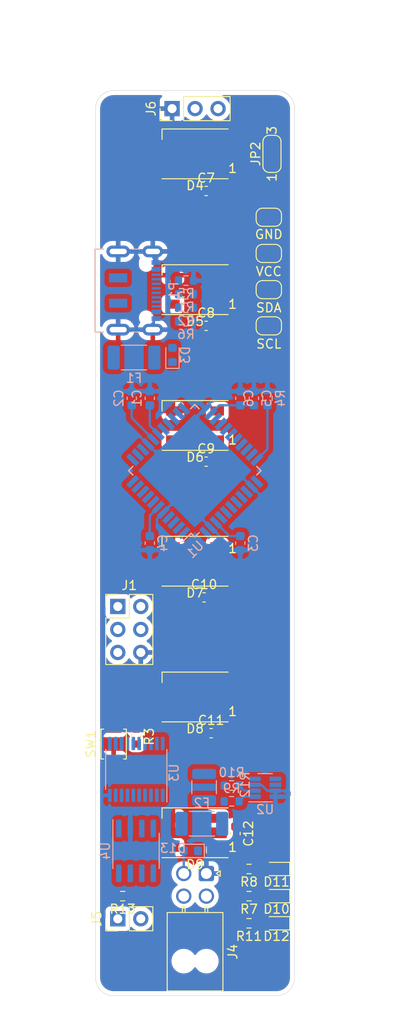
<source format=kicad_pcb>
(kicad_pcb (version 20211014) (generator pcbnew)
  (layers (0 "F.Cu" signal) (31 "B.Cu" signal) (34 "B.Paste" user) (35 "F.Paste" user) (36 "B.SilkS" user "B.Silkscreen") (37 "F.SilkS" user "F.Silkscreen") (38 "B.Mask" user) (39 "F.Mask" user) (44 "Edge.Cuts" user))
  (net 0 "")
  (net 1 "GND")
  (net 2 "Net-(C1-Pad2)")
  (net 3 "Net-(C2-Pad2)")
  (net 4 "Net-(C3-Pad2)")
  (net 5 "Net-(C4-Pad2)")
  (net 6 "+5V")
  (net 7 "VBUS")
  (net 8 "/LED_OUT")
  (net 9 "Net-(D4-Pad4)")
  (net 10 "Net-(D5-Pad4)")
  (net 11 "Net-(D6-Pad4)")
  (net 12 "Net-(D7-Pad4)")
  (net 13 "Net-(D8-Pad4)")
  (net 14 "/LED_DATA")
  (net 15 "Net-(D10-Pad2)")
  (net 16 "Net-(D11-Pad2)")
  (net 17 "Net-(D12-Pad2)")
  (net 18 "Net-(D13-Pad1)")
  (net 19 "Net-(D13-Pad2)")
  (net 20 "/MISO")
  (net 21 "/SCK")
  (net 22 "/MOSI")
  (net 23 "/RESET")
  (net 24 "/CAN_H")
  (net 25 "/CAN_L")
  (net 26 "Net-(J6-Pad2)")
  (net 27 "/B0")
  (net 28 "/SDA")
  (net 29 "/SCL")
  (net 30 "/TXLED")
  (net 31 "/RXLED")
  (net 32 "Net-(R9-Pad1)")
  (net 33 "VCC")
  (net 34 "Net-(R10-Pad1)")
  (net 36 "Net-(R2-Pad2)")
  (net 37 "Net-(R1-Pad2)")
  (net 39 "/RX")
  (net 40 "/TX")
  (net 49 "Net-(R4-Pad1)")
  (net 56 "/S_SCL")
  (net 57 "/S_SDA")
  (net 58 "Net-(U3-Pad1)")
  (net 59 "Net-(U3-Pad2)")
  (net 65 "Net-(U3-Pad8)")
  (net 66 "Net-(U3-Pad9)")
  (net 69 "/CAN_INT")
  (net 71 "/CAN_CS")
  (net 72 "/CAN_RESET")
  (net 74 "/CAN_STBY")
  (net 75 "Net-(F1-Pad1)")
  (net 76 "Net-(J5-Pad1)")
  (net 77 "Net-(P1-PadA5)")
  (net 78 "/D+")
  (net 79 "/D-")
  (net 81 "Net-(P1-PadB5)")
  (footprint "LED_SMD:LED_WS2812B_PLCC4_5.0x5.0mm_P3.2mm" (layer "F.Cu") (at 153 100 180)
    (fp_text reference "D7" (at 0 -3.5) (layer "F.SilkS"))
    (fp_text value "WS2812B")
    (fp_text user "1" (at -4.15 1.4) (layer "F.SilkS"))
    (pad "1" smd rect (at -2.45 -1.6 180) (size 1.5 1) (layers "F.Cu" "F.Paste" "F.Mask") (net 6 "+5V"))
    (pad "2" smd rect (at -2.45 1.6 180) (size 1.5 1) (layers "F.Cu" "F.Paste" "F.Mask") (net 11 "Net-(D6-Pad4)"))
    (pad "3" smd rect (at 2.45 1.6 180) (size 1.5 1) (layers "F.Cu" "F.Paste" "F.Mask") (net 1 "GND"))
    (pad "4" smd rect (at 2.45 -1.6 180) (size 1.5 1) (layers "F.Cu" "F.Paste" "F.Mask") (net 12 "Net-(D7-Pad4)"))
  )
  (footprint "Jumper:SolderJumper-2_P1.3mm_Bridged_RoundedPad1.0x1.5mm" (layer "F.Cu") (at 161.15 62)
    (fp_text reference "JP1")
    (fp_text value "GND" (at 0 1.9) (layer "F.SilkS"))
    (fp_poly (pts (xy 0.25 -0.3) (xy -0.25 -0.3) (xy -0.25 0.3) (xy 0.25 0.3)) (layer "F.Cu") (width 0) (fill solid))
    (pad "1" smd custom (at -0.65 0) (size 1 0.5) (layers "F.Cu" "F.Mask") (net 1 "GND") (options (clearance outline) (anchor rect)) (primitives (gr_circle (center 0 0.25) (end 0.5 0.25) (width 0) (fill yes)) (gr_circle (center 0 -0.25) (end 0.5 -0.25) (width 0) (fill yes)) (gr_poly (pts (xy 0.5 0.75) (xy 0 0.75) (xy 0 -0.75) (xy 0.5 -0.75)) (width 0) (fill yes))))
    (pad "2" smd custom (at 0.65 0) (size 1 0.5) (layers "F.Cu" "F.Mask") (net 27 "/B0") (options (clearance outline) (anchor rect)) (primitives (gr_circle (center 0 0.25) (end 0.5 0.25) (width 0) (fill yes)) (gr_circle (center 0 -0.25) (end 0.5 -0.25) (width 0) (fill yes)) (gr_poly (pts (xy 0 0.75) (xy -0.5 0.75) (xy -0.5 -0.75) (xy 0 -0.75)) (width 0) (fill yes))))
  )
  (footprint "Capacitor_SMD:C_0603_1608Metric" (layer "F.Cu") (at 154.225 59.1)
    (fp_text reference "C7" (at 0 -1.43) (layer "F.SilkS"))
    (fp_text value "1uF")
    (pad "1" smd roundrect (at -0.775 0) (size 0.9 0.95) (layers "F.Cu" "F.Paste" "F.Mask") (net 1 "GND"))
    (pad "2" smd roundrect (at 0.775 0) (size 0.9 0.95) (layers "F.Cu" "F.Paste" "F.Mask") (net 6 "+5V"))
  )
  (footprint "Resistor_SMD:R_0603_1608Metric" (layer "F.Cu") (at 145 137 180)
    (fp_text reference "R13" (at 0 -1.43) (layer "F.SilkS"))
    (fp_text value "120")
    (pad "1" smd roundrect (at -0.825 0 180) (size 0.8 0.95) (layers "F.Cu" "F.Paste" "F.Mask") (net 24 "/CAN_H"))
    (pad "2" smd roundrect (at 0.825 0 180) (size 0.8 0.95) (layers "F.Cu" "F.Paste" "F.Mask") (net 76 "Net-(J5-Pad1)"))
  )
  (footprint "Resistor_SMD:R_0603_1608Metric" (layer "F.Cu") (at 146.5 119.375 -90)
    (fp_text reference "R3" (at 0 -1.43 90) (layer "F.SilkS"))
    (fp_text value "10k")
    (pad "1" smd roundrect (at -0.825 0 270) (size 0.8 0.95) (layers "F.Cu" "F.Paste" "F.Mask") (net 23 "/RESET"))
    (pad "2" smd roundrect (at 0.825 0 270) (size 0.8 0.95) (layers "F.Cu" "F.Paste" "F.Mask") (net 6 "+5V"))
  )
  (footprint "Diode_SMD:D_0603_1608Metric" (layer "F.Cu") (at 162 137 180)
    (fp_text reference "D10" (at 0 -1.43) (layer "F.SilkS"))
    (fp_text value "TX")
    (pad "1" smd roundrect (at -0.7875 0 180) (size 0.875 0.95) (layers "F.Cu" "F.Paste" "F.Mask") (net 1 "GND"))
    (pad "2" smd roundrect (at 0.7875 0 180) (size 0.875 0.95) (layers "F.Cu" "F.Paste" "F.Mask") (net 15 "Net-(D10-Pad2)"))
  )
  (footprint "Diode_SMD:D_0603_1608Metric" (layer "F.Cu") (at 162 134 180)
    (fp_text reference "D11" (at 0 -1.43) (layer "F.SilkS"))
    (fp_text value "RX")
    (pad "1" smd roundrect (at -0.7875 0 180) (size 0.875 0.95) (layers "F.Cu" "F.Paste" "F.Mask") (net 1 "GND"))
    (pad "2" smd roundrect (at 0.7875 0 180) (size 0.875 0.95) (layers "F.Cu" "F.Paste" "F.Mask") (net 16 "Net-(D11-Pad2)"))
  )
  (footprint "Resistor_SMD:R_0603_1608Metric" (layer "F.Cu") (at 158.9625 137 180)
    (fp_text reference "R7" (at 0 -1.43) (layer "F.SilkS"))
    (fp_text value "200")
    (pad "1" smd roundrect (at -0.825 0 180) (size 0.8 0.95) (layers "F.Cu" "F.Paste" "F.Mask") (net 15 "Net-(D10-Pad2)"))
    (pad "2" smd roundrect (at 0.825 0 180) (size 0.8 0.95) (layers "F.Cu" "F.Paste" "F.Mask") (net 30 "/TXLED"))
  )
  (footprint "LED_SMD:LED_WS2812B_PLCC4_5.0x5.0mm_P3.2mm" (layer "F.Cu") (at 153 85 180)
    (fp_text reference "D6" (at 0 -3.5) (layer "F.SilkS"))
    (fp_text value "WS2812B")
    (fp_text user "1" (at -4.15 -1.6) (layer "F.SilkS"))
    (pad "1" smd rect (at -2.45 -1.6 180) (size 1.5 1) (layers "F.Cu" "F.Paste" "F.Mask") (net 6 "+5V"))
    (pad "2" smd rect (at -2.45 1.6 180) (size 1.5 1) (layers "F.Cu" "F.Paste" "F.Mask") (net 10 "Net-(D5-Pad4)"))
    (pad "3" smd rect (at 2.45 1.6 180) (size 1.5 1) (layers "F.Cu" "F.Paste" "F.Mask") (net 1 "GND"))
    (pad "4" smd rect (at 2.45 -1.6 180) (size 1.5 1) (layers "F.Cu" "F.Paste" "F.Mask") (net 11 "Net-(D6-Pad4)"))
  )
  (footprint "Connector_PinHeader_2.54mm:PinHeader_1x02_P2.54mm_Vertical" (layer "F.Cu") (at 144.46 139.5 90)
    (fp_text reference "J5" (at 0 -2.33 90) (layer "F.SilkS"))
    (fp_text value "CAN IMP")
    (pad "1" thru_hole rect (at 0 0 90) (size 1.7 1.7) (drill 1) (layers *.Cu *.Mask) (net 76 "Net-(J5-Pad1)"))
    (pad "2" thru_hole oval (at 0 2.54 90) (size 1.7 1.7) (drill 1) (layers *.Cu *.Mask) (net 25 "/CAN_L"))
  )
  (footprint "Connector_Molex:Molex_Nano-Fit_105314-xx04_2x02_P2.50mm_Horizontal" (layer "F.Cu") (at 154.25 134.5 -90)
    (fp_text reference "J4" (at 8.65 -2.92 -90) (layer "F.SilkS"))
    (fp_text value "CANBUS")
    (pad "" np_thru_hole circle (at 9.68 0 270) (size 1.7 1.7) (drill 1.7) (layers *.Cu *.Mask))
    (pad "" np_thru_hole circle (at 9.68 2.5 270) (size 1.7 1.7) (drill 1.7) (layers *.Cu *.Mask))
    (pad "1" thru_hole roundrect (at 0 0 270) (size 1.7 1.7) (drill 1.2) (layers *.Cu *.Mask) (roundrect_rratio 0.147059) (net 1 "GND"))
    (pad "2" thru_hole circle (at 0 2.5 270) (size 1.7 1.7) (drill 1.2) (layers *.Cu *.Mask) (net 19 "Net-(D13-Pad2)"))
    (pad "3" thru_hole circle (at 2.5 0 270) (size 1.7 1.7) (drill 1.2) (layers *.Cu *.Mask) (net 24 "/CAN_H"))
    (pad "4" thru_hole circle (at 2.5 2.5 270) (size 1.7 1.7) (drill 1.2) (layers *.Cu *.Mask) (net 25 "/CAN_L"))
  )
  (footprint "LED_SMD:LED_WS2812B_PLCC4_5.0x5.0mm_P3.2mm" (layer "F.Cu") (at 153 70 180)
    (fp_text reference "D5" (at 0 -3.5) (layer "F.SilkS"))
    (fp_text value "WS2812B")
    (fp_text user "1" (at -4.15 -1.6) (layer "F.SilkS"))
    (pad "1" smd rect (at -2.45 -1.6 180) (size 1.5 1) (layers "F.Cu" "F.Paste" "F.Mask") (net 6 "+5V"))
    (pad "2" smd rect (at -2.45 1.6 180) (size 1.5 1) (layers "F.Cu" "F.Paste" "F.Mask") (net 9 "Net-(D4-Pad4)"))
    (pad "3" smd rect (at 2.45 1.6 180) (size 1.5 1) (layers "F.Cu" "F.Paste" "F.Mask") (net 1 "GND"))
    (pad "4" smd rect (at 2.45 -1.6 180) (size 1.5 1) (layers "F.Cu" "F.Paste" "F.Mask") (net 10 "Net-(D5-Pad4)"))
  )
  (footprint "Diode_SMD:D_0603_1608Metric" (layer "F.Cu") (at 162 140 180)
    (fp_text reference "D12" (at 0 -1.43) (layer "F.SilkS"))
    (fp_text value "PWR")
    (pad "1" smd roundrect (at -0.7875 0 180) (size 0.875 0.95) (layers "F.Cu" "F.Paste" "F.Mask") (net 1 "GND"))
    (pad "2" smd roundrect (at 0.7875 0 180) (size 0.875 0.95) (layers "F.Cu" "F.Paste" "F.Mask") (net 17 "Net-(D12-Pad2)"))
  )
  (footprint "Jumper:SolderJumper-2_P1.3mm_Open_RoundedPad1.0x1.5mm" (layer "F.Cu") (at 161.15 70 180)
    (fp_text reference "JP4")
    (fp_text value "SDA" (at 0 -2) (layer "F.SilkS"))
    (pad "1" smd custom (at -0.65 0 180) (size 1 0.5) (layers "F.Cu" "F.Mask") (net 27 "/B0") (options (clearance outline) (anchor rect)) (primitives (gr_circle (center 0 0.25) (end 0.5 0.25) (width 0) (fill yes)) (gr_circle (center 0 -0.25) (end 0.5 -0.25) (width 0) (fill yes)) (gr_poly (pts (xy 0.5 0.75) (xy 0 0.75) (xy 0 -0.75) (xy 0.5 -0.75)) (width 0) (fill yes))))
    (pad "2" smd custom (at 0.65 0 180) (size 1 0.5) (layers "F.Cu" "F.Mask") (net 28 "/SDA") (options (clearance outline) (anchor rect)) (primitives (gr_circle (center 0 0.25) (end 0.5 0.25) (width 0) (fill yes)) (gr_circle (center 0 -0.25) (end 0.5 -0.25) (width 0) (fill yes)) (gr_poly (pts (xy 0 0.75) (xy -0.5 0.75) (xy -0.5 -0.75) (xy 0 -0.75)) (width 0) (fill yes))))
  )
  (footprint "Capacitor_SMD:C_0603_1608Metric" (layer "F.Cu") (at 154 104)
    (fp_text reference "C10" (at 0 -1.43) (layer "F.SilkS"))
    (fp_text value "1uF")
    (pad "1" smd roundrect (at -0.775 0) (size 0.9 0.95) (layers "F.Cu" "F.Paste" "F.Mask") (net 1 "GND"))
    (pad "2" smd roundrect (at 0.775 0) (size 0.9 0.95) (layers "F.Cu" "F.Paste" "F.Mask") (net 6 "+5V"))
  )
  (footprint "Capacitor_SMD:C_0603_1608Metric" (layer "F.Cu") (at 154.225 89)
    (fp_text reference "C9" (at 0 -1.43) (layer "F.SilkS"))
    (fp_text value "1uF")
    (pad "1" smd roundrect (at -0.775 0) (size 0.9 0.95) (layers "F.Cu" "F.Paste" "F.Mask") (net 1 "GND"))
    (pad "2" smd roundrect (at 0.775 0) (size 0.9 0.95) (layers "F.Cu" "F.Paste" "F.Mask") (net 6 "+5V"))
  )
  (footprint "LED_SMD:LED_WS2812B_PLCC4_5.0x5.0mm_P3.2mm" (layer "F.Cu") (at 153 55 180)
    (fp_text reference "D4" (at 0 -3.5) (layer "F.SilkS"))
    (fp_text value "WS2812B")
    (fp_text user "1" (at -4.15 -1.6) (layer "F.SilkS"))
    (pad "1" smd rect (at -2.45 -1.6 180) (size 1.5 1) (layers "F.Cu" "F.Paste" "F.Mask") (net 6 "+5V"))
    (pad "2" smd rect (at -2.45 1.6 180) (size 1.5 1) (layers "F.Cu" "F.Paste" "F.Mask") (net 8 "/LED_OUT"))
    (pad "3" smd rect (at 2.45 1.6 180) (size 1.5 1) (layers "F.Cu" "F.Paste" "F.Mask") (net 1 "GND"))
    (pad "4" smd rect (at 2.45 -1.6 180) (size 1.5 1) (layers "F.Cu" "F.Paste" "F.Mask") (net 9 "Net-(D4-Pad4)"))
  )
  (footprint "Connector_PinHeader_2.54mm:PinHeader_2x03_P2.54mm_Vertical" (layer "F.Cu") (at 144.46 105)
    (fp_text reference "J1" (at 1.27 -2.33) (layer "F.SilkS"))
    (fp_text value "ICSP")
    (pad "1" thru_hole rect (at 0 0) (size 1.7 1.7) (drill 1) (layers *.Cu *.Mask) (net 20 "/MISO"))
    (pad "2" thru_hole oval (at 2.54 0) (size 1.7 1.7) (drill 1) (layers *.Cu *.Mask) (net 6 "+5V"))
    (pad "3" thru_hole oval (at 0 2.54) (size 1.7 1.7) (drill 1) (layers *.Cu *.Mask) (net 21 "/SCK"))
    (pad "4" thru_hole oval (at 2.54 2.54) (size 1.7 1.7) (drill 1) (layers *.Cu *.Mask) (net 22 "/MOSI"))
    (pad "5" thru_hole oval (at 0 5.08) (size 1.7 1.7) (drill 1) (layers *.Cu *.Mask) (net 23 "/RESET"))
    (pad "6" thru_hole oval (at 2.54 5.08) (size 1.7 1.7) (drill 1) (layers *.Cu *.Mask) (net 1 "GND"))
  )
  (footprint "Resistor_SMD:R_0603_1608Metric" (layer "F.Cu") (at 158.9625 134 180)
    (fp_text reference "R8" (at 0 -1.43) (layer "F.SilkS"))
    (fp_text value "200")
    (pad "1" smd roundrect (at -0.825 0 180) (size 0.8 0.95) (layers "F.Cu" "F.Paste" "F.Mask") (net 16 "Net-(D11-Pad2)"))
    (pad "2" smd roundrect (at 0.825 0 180) (size 0.8 0.95) (layers "F.Cu" "F.Paste" "F.Mask") (net 31 "/RXLED"))
  )
  (footprint "Capacitor_SMD:C_0603_1608Metric" (layer "F.Cu") (at 157.475 130.0875 -90)
    (fp_text reference "C12" (at 0 -1.43 90) (layer "F.SilkS"))
    (fp_text value "1uF")
    (pad "1" smd roundrect (at -0.775 0 270) (size 0.9 0.95) (layers "F.Cu" "F.Paste" "F.Mask") (net 1 "GND"))
    (pad "2" smd roundrect (at 0.775 0 270) (size 0.9 0.95) (layers "F.Cu" "F.Paste" "F.Mask") (net 6 "+5V"))
  )
  (footprint "LED_SMD:LED_WS2812B_PLCC4_5.0x5.0mm_P3.2mm" (layer "F.Cu") (at 153 115 180)
    (fp_text reference "D8" (at 0 -3.5) (layer "F.SilkS"))
    (fp_text value "WS2812B")
    (fp_text user "1" (at -4.15 -1.6) (layer "F.SilkS"))
    (pad "1" smd rect (at -2.45 -1.6 180) (size 1.5 1) (layers "F.Cu" "F.Paste" "F.Mask") (net 6 "+5V"))
    (pad "2" smd rect (at -2.45 1.6 180) (size 1.5 1) (layers "F.Cu" "F.Paste" "F.Mask") (net 12 "Net-(D7-Pad4)"))
    (pad "3" smd rect (at 2.45 1.6 180) (size 1.5 1) (layers "F.Cu" "F.Paste" "F.Mask") (net 1 "GND"))
    (pad "4" smd rect (at 2.45 -1.6 180) (size 1.5 1) (layers "F.Cu" "F.Paste" "F.Mask") (net 13 "Net-(D8-Pad4)"))
  )
  (footprint "Connector_PinHeader_2.54mm:PinHeader_1x03_P2.54mm_Vertical" (layer "F.Cu") (at 150.46 50 90)
    (fp_text reference "J6" (at 0 -2.33 90) (layer "F.SilkS"))
    (fp_text value "LED")
    (pad "1" thru_hole rect (at 0 0 90) (size 1.7 1.7) (drill 1) (layers *.Cu *.Mask) (net 1 "GND"))
    (pad "2" thru_hole oval (at 0 2.54 90) (size 1.7 1.7) (drill 1) (layers *.Cu *.Mask) (net 26 "Net-(J6-Pad2)"))
    (pad "3" thru_hole oval (at 0 5.08 90) (size 1.7 1.7) (drill 1) (layers *.Cu *.Mask) (net 6 "+5V"))
  )
  (footprint "Jumper:SolderJumper-2_P1.3mm_Open_RoundedPad1.0x1.5mm" (layer "F.Cu") (at 161.15 74 180)
    (fp_text reference "JP5")
    (fp_text value "SCL" (at 0 -2) (layer "F.SilkS"))
    (pad "1" smd custom (at -0.65 0 180) (size 1 0.5) (layers "F.Cu" "F.Mask") (net 27 "/B0") (options (clearance outline) (anchor rect)) (primitives (gr_circle (center 0 0.25) (end 0.5 0.25) (width 0) (fill yes)) (gr_circle (center 0 -0.25) (end 0.5 -0.25) (width 0) (fill yes)) (gr_poly (pts (xy 0.5 0.75) (xy 0 0.75) (xy 0 -0.75) (xy 0.5 -0.75)) (width 0) (fill yes))))
    (pad "2" smd custom (at 0.65 0 180) (size 1 0.5) (layers "F.Cu" "F.Mask") (net 29 "/SCL") (options (clearance outline) (anchor rect)) (primitives (gr_circle (center 0 0.25) (end 0.5 0.25) (width 0) (fill yes)) (gr_circle (center 0 -0.25) (end 0.5 -0.25) (width 0) (fill yes)) (gr_poly (pts (xy 0 0.75) (xy -0.5 0.75) (xy -0.5 -0.75) (xy 0 -0.75)) (width 0) (fill yes))))
  )
  (footprint "Jumper:SolderJumper-3_P1.3mm_Bridged12_RoundedPad1.0x1.5mm_NumberLabels" (layer "F.Cu") (at 161.5 55 90)
    (fp_text reference "JP2" (at 0 -1.8 90) (layer "F.SilkS"))
    (fp_text value "LED")
    (fp_text user "1" (at -2.6 0 90) (layer "F.SilkS"))
    (fp_text user "3" (at 2.6 0 90) (layer "F.SilkS"))
    (fp_poly (pts (xy -0.9 -0.3) (xy -0.4 -0.3) (xy -0.4 0.3) (xy -0.9 0.3)) (layer "F.Cu") (width 0) (fill solid))
    (pad "1" smd custom (at -1.3 0 90) (size 1 0.5) (layers "F.Cu" "F.Mask") (net 14 "/LED_DATA") (options (clearance outline) (anchor rect)) (primitives (gr_poly (pts (xy 0.55 0.75) (xy 0 0.75) (xy 0 -0.75) (xy 0.55 -0.75)) (width 0) (fill yes)) (gr_circle (center 0 0.25) (end 0.5 0.25) (width 0) (fill yes)) (gr_circle (center 0 -0.25) (end 0.5 -0.25) (width 0) (fill yes))))
    (pad "2" smd rect (at 0 0 90) (size 1 1.5) (layers "F.Cu" "F.Mask") (net 26 "Net-(J6-Pad2)"))
    (pad "3" smd custom (at 1.3 0 90) (size 1 0.5) (layers "F.Cu" "F.Mask") (net 8 "/LED_OUT") (options (clearance outline) (anchor rect)) (primitives (gr_circle (center 0 0.25) (end 0.5 0.25) (width 0) (fill yes)) (gr_circle (center 0 -0.25) (end 0.5 -0.25) (width 0) (fill yes)) (gr_poly (pts (xy 0 0.75) (xy -0.55 0.75) (xy -0.55 -0.75) (xy 0 -0.75)) (width 0) (fill yes))))
  )
  (footprint "Capacitor_SMD:C_0603_1608Metric" (layer "F.Cu") (at 154.775 119)
    (fp_text reference "C11" (at 0 -1.43) (layer "F.SilkS"))
    (fp_text value "1uF")
    (pad "1" smd roundrect (at -0.775 0) (size 0.9 0.95) (layers "F.Cu" "F.Paste" "F.Mask") (net 1 "GND"))
    (pad "2" smd roundrect (at 0.775 0) (size 0.9 0.95) (layers "F.Cu" "F.Paste" "F.Mask") (net 6 "+5V"))
  )
  (footprint "Jumper:SolderJumper-2_P1.3mm_Open_RoundedPad1.0x1.5mm" (layer "F.Cu") (at 161.15 66 180)
    (fp_text reference "JP3")
    (fp_text value "VCC" (at 0 -2) (layer "F.SilkS"))
    (pad "1" smd custom (at -0.65 0 180) (size 1 0.5) (layers "F.Cu" "F.Mask") (net 27 "/B0") (options (clearance outline) (anchor rect)) (primitives (gr_circle (center 0 0.25) (end 0.5 0.25) (width 0) (fill yes)) (gr_circle (center 0 -0.25) (end 0.5 -0.25) (width 0) (fill yes)) (gr_poly (pts (xy 0.5 0.75) (xy 0 0.75) (xy 0 -0.75) (xy 0.5 -0.75)) (width 0) (fill yes))))
    (pad "2" smd custom (at 0.65 0 180) (size 1 0.5) (layers "F.Cu" "F.Mask") (net 6 "+5V") (options (clearance outline) (anchor rect)) (primitives (gr_circle (center 0 0.25) (end 0.5 0.25) (width 0) (fill yes)) (gr_circle (center 0 -0.25) (end 0.5 -0.25) (width 0) (fill yes)) (gr_poly (pts (xy 0 0.75) (xy -0.5 0.75) (xy -0.5 -0.75) (xy 0 -0.75)) (width 0) (fill yes))))
  )
  (footprint "Resistor_SMD:R_0603_1608Metric" (layer "F.Cu") (at 158.9625 140 180)
    (fp_text reference "R11" (at 0 -1.43) (layer "F.SilkS"))
    (fp_text value "200")
    (pad "1" smd roundrect (at -0.825 0 180) (size 0.8 0.95) (layers "F.Cu" "F.Paste" "F.Mask") (net 17 "Net-(D12-Pad2)"))
    (pad "2" smd roundrect (at 0.825 0 180) (size 0.8 0.95) (layers "F.Cu" "F.Paste" "F.Mask") (net 6 "+5V"))
  )
  (footprint "Button_Switch_SMD:SW_SPST_B3U-1000P" (layer "F.Cu") (at 144 120.2 90)
    (fp_text reference "SW1" (at 0 -2.5 90) (layer "F.SilkS"))
    (fp_text value "RST")
    (pad "1" smd rect (at -1.7 0 90) (size 0.9 1.7) (layers "F.Cu" "F.Paste" "F.Mask") (net 1 "GND"))
    (pad "2" smd rect (at 1.7 0 90) (size 0.9 1.7) (layers "F.Cu" "F.Paste" "F.Mask") (net 23 "/RESET"))
  )
  (footprint "Capacitor_SMD:C_0603_1608Metric" (layer "F.Cu") (at 154.225 74)
    (fp_text reference "C8" (at 0 -1.43) (layer "F.SilkS"))
    (fp_text value "1uF")
    (pad "1" smd roundrect (at -0.775 0) (size 0.9 0.95) (layers "F.Cu" "F.Paste" "F.Mask") (net 1 "GND"))
    (pad "2" smd roundrect (at 0.775 0) (size 0.9 0.95) (layers "F.Cu" "F.Paste" "F.Mask") (net 6 "+5V"))
  )
  (footprint "LED_SMD:LED_WS2812B_PLCC4_5.0x5.0mm_P3.2mm" (layer "F.Cu") (at 153 130 180)
    (fp_text reference "D9" (at 0 -3.5) (layer "F.SilkS"))
    (fp_text value "WS2812B")
    (fp_text user "1" (at -4.15 -1.6) (layer "F.SilkS"))
    (pad "1" smd rect (at -2.45 -1.6 180) (size 1.5 1) (layers "F.Cu" "F.Paste" "F.Mask") (net 6 "+5V"))
    (pad "2" smd rect (at -2.45 1.6 180) (size 1.5 1) (layers "F.Cu" "F.Paste" "F.Mask") (net 13 "Net-(D8-Pad4)"))
    (pad "3" smd rect (at 2.45 1.6 180) (size 1.5 1) (layers "F.Cu" "F.Paste" "F.Mask") (net 1 "GND"))
    (pad "4" smd rect (at 2.45 -1.6 180) (size 1.5 1) (layers "F.Cu" "F.Paste" "F.Mask") (net 14 "/LED_DATA"))
  )
  (footprint "Package_SO:TSSOP-20_4.4x6.5mm_P0.65mm" (layer "B.Cu") (at 146.5 123 90)
    (fp_text reference "U3" (at -0.3625 4.175 90) (layer "B.SilkS") (effects (justify mirror)))
    (fp_text value "MCP2515-xST")
    (pad "1" smd roundrect (at -2.8625 2.925 90) (size 1.475 0.4) (layers "B.Cu" "B.Paste" "B.Mask") (net 58 "Net-(U3-Pad1)"))
    (pad "2" smd roundrect (at -2.8625 2.275 90) (size 1.475 0.4) (layers "B.Cu" "B.Paste" "B.Mask") (net 59 "Net-(U3-Pad2)"))
    (pad "3" smd roundrect (at -2.8625 1.625 90) (size 1.475 0.4) (layers "B.Cu" "B.Paste" "B.Mask"))
    (pad "4" smd roundrect (at -2.8625 0.975 90) (size 1.475 0.4) (layers "B.Cu" "B.Paste" "B.Mask"))
    (pad "5" smd roundrect (at -2.8625 0.325 90) (size 1.475 0.4) (layers "B.Cu" "B.Paste" "B.Mask"))
    (pad "6" smd roundrect (at -2.8625 -0.325 90) (size 1.475 0.4) (layers "B.Cu" "B.Paste" "B.Mask"))
    (pad "7" smd roundrect (at -2.8625 -0.975 90) (size 1.475 0.4) (layers "B.Cu" "B.Paste" "B.Mask"))
    (pad "8" smd roundrect (at -2.8625 -1.625 90) (size 1.475 0.4) (layers "B.Cu" "B.Paste" "B.Mask") (net 65 "Net-(U3-Pad8)"))
    (pad "9" smd roundrect (at -2.8625 -2.275 90) (size 1.475 0.4) (layers "B.Cu" "B.Paste" "B.Mask") (net 66 "Net-(U3-Pad9)"))
    (pad "10" smd roundrect (at -2.8625 -2.925 90) (size 1.475 0.4) (layers "B.Cu" "B.Paste" "B.Mask") (net 1 "GND"))
    (pad "11" smd roundrect (at 2.8625 -2.925 90) (size 1.475 0.4) (layers "B.Cu" "B.Paste" "B.Mask"))
    (pad "12" smd roundrect (at 2.8625 -2.275 90) (size 1.475 0.4) (layers "B.Cu" "B.Paste" "B.Mask"))
    (pad "13" smd roundrect (at 2.8625 -1.625 90) (size 1.475 0.4) (layers "B.Cu" "B.Paste" "B.Mask") (net 69 "/CAN_INT"))
    (pad "14" smd roundrect (at 2.8625 -0.975 90) (size 1.475 0.4) (layers "B.Cu" "B.Paste" "B.Mask") (net 21 "/SCK"))
    (pad "15" smd roundrect (at 2.8625 -0.325 90) (size 1.475 0.4) (layers "B.Cu" "B.Paste" "B.Mask"))
    (pad "16" smd roundrect (at 2.8625 0.325 90) (size 1.475 0.4) (layers "B.Cu" "B.Paste" "B.Mask") (net 22 "/MOSI"))
    (pad "17" smd roundrect (at 2.8625 0.975 90) (size 1.475 0.4) (layers "B.Cu" "B.Paste" "B.Mask") (net 20 "/MISO"))
    (pad "18" smd roundrect (at 2.8625 1.625 90) (size 1.475 0.4) (layers "B.Cu" "B.Paste" "B.Mask") (net 71 "/CAN_CS"))
    (pad "19" smd roundrect (at 2.8625 2.275 90) (size 1.475 0.4) (layers "B.Cu" "B.Paste" "B.Mask") (net 72 "/CAN_RESET"))
    (pad "20" smd roundrect (at 2.8625 2.925 90) (size 1.475 0.4) (layers "B.Cu" "B.Paste" "B.Mask") (net 6 "+5V"))
  )
  (footprint "Diode_SMD:D_0603_1608Metric" (layer "B.Cu") (at 152.5375 132 180)
    (fp_text reference "D13" (at 1.975 0.2925) (layer "B.SilkS") (effects (justify mirror)))
    (fp_text value "5V 1A")
    (pad "1" smd roundrect (at -0.7875 0 180) (size 0.875 0.95) (layers "B.Cu" "B.Paste" "B.Mask") (net 18 "Net-(D13-Pad1)"))
    (pad "2" smd roundrect (at 0.7875 0 180) (size 0.875 0.95) (layers "B.Cu" "B.Paste" "B.Mask") (net 19 "Net-(D13-Pad2)"))
  )
  (footprint "Capacitor_SMD:C_0603_1608Metric" (layer "B.Cu") (at 146 82 -90)
    (fp_text reference "C2" (at 0 1.43 90) (layer "B.SilkS") (effects (justify mirror)))
    (fp_text value "22pF")
    (pad "1" smd roundrect (at -0.775 0 270) (size 0.9 0.95) (layers "B.Cu" "B.Paste" "B.Mask") (net 1 "GND"))
    (pad "2" smd roundrect (at 0.775 0 270) (size 0.9 0.95) (layers "B.Cu" "B.Paste" "B.Mask") (net 3 "Net-(C2-Pad2)"))
  )
  (footprint "Resistor_SMD:R_0603_1608Metric" (layer "B.Cu") (at 152 70.5)
    (fp_text reference "R1" (at 0 1.43) (layer "B.SilkS") (effects (justify mirror)))
    (fp_text value "22")
    (pad "1" smd roundrect (at -0.825 0) (size 0.8 0.95) (layers "B.Cu" "B.Paste" "B.Mask") (net 78 "/D+"))
    (pad "2" smd roundrect (at 0.825 0) (size 0.8 0.95) (layers "B.Cu" "B.Paste" "B.Mask") (net 37 "Net-(R1-Pad2)"))
  )
  (footprint "Resistor_SMD:R_1210_3225Metric" (layer "B.Cu") (at 154 124.9625 90)
    (fp_text reference "R12" (at 0.275 4.52375 270) (layer "B.SilkS") (effects (justify mirror)))
    (fp_text value "R_Small")
    (pad "1" smd roundrect (at -1.4625 0 90) (size 1.125 2.65) (layers "B.Cu" "B.Paste" "B.Mask") (roundrect_rratio 0.222222) (net 33 "VCC"))
    (pad "2" smd roundrect (at 1.4625 0 90) (size 1.125 2.65) (layers "B.Cu" "B.Paste" "B.Mask") (roundrect_rratio 0.222222) (net 6 "+5V"))
  )
  (footprint "Capacitor_SMD:C_0603_1608Metric" (layer "B.Cu") (at 158 82 90)
    (fp_text reference "C6" (at 0 0.93 90) (layer "B.SilkS") (effects (justify mirror)))
    (fp_text value "22uF")
    (pad "1" smd roundrect (at -0.775 0 90) (size 0.9 0.95) (layers "B.Cu" "B.Paste" "B.Mask") (net 6 "+5V"))
    (pad "2" smd roundrect (at 0.775 0 90) (size 0.9 0.95) (layers "B.Cu" "B.Paste" "B.Mask") (net 1 "GND"))
  )
  (footprint "Package_SO:SOIC-8_3.9x4.9mm_P1.27mm" (layer "B.Cu") (at 146.475 132 -90)
    (fp_text reference "U4" (at 0 3.4 90) (layer "B.SilkS") (effects (justify mirror)))
    (fp_text value "MCP2562-E-SN")
    (pad "1" smd roundrect (at -2.475 1.905 270) (size 1.95 0.6) (layers "B.Cu" "B.Paste" "B.Mask") (net 59 "Net-(U3-Pad2)"))
    (pad "2" smd roundrect (at -2.475 0.635 270) (size 1.95 0.6) (layers "B.Cu" "B.Paste" "B.Mask") (net 1 "GND"))
    (pad "3" smd roundrect (at -2.475 -0.635 270) (size 1.95 0.6) (layers "B.Cu" "B.Paste" "B.Mask") (net 6 "+5V"))
    (pad "4" smd roundrect (at -2.475 -1.905 270) (size 1.95 0.6) (layers "B.Cu" "B.Paste" "B.Mask") (net 58 "Net-(U3-Pad1)"))
    (pad "5" smd roundrect (at 2.475 -1.905 270) (size 1.95 0.6) (layers "B.Cu" "B.Paste" "B.Mask"))
    (pad "6" smd roundrect (at 2.475 -0.635 270) (size 1.95 0.6) (layers "B.Cu" "B.Paste" "B.Mask") (net 25 "/CAN_L"))
    (pad "7" smd roundrect (at 2.475 0.635 270) (size 1.95 0.6) (layers "B.Cu" "B.Paste" "B.Mask") (net 24 "/CAN_H"))
    (pad "8" smd roundrect (at 2.475 1.905 270) (size 1.95 0.6) (layers "B.Cu" "B.Paste" "B.Mask") (net 74 "/CAN_STBY"))
  )
  (footprint "Resistor_SMD:R_0603_1608Metric" (layer "B.Cu") (at 152 72)
    (fp_text reference "R2" (at 0 1.43) (layer "B.SilkS") (effects (justify mirror)))
    (fp_text value "22")
    (pad "1" smd roundrect (at -0.825 0) (size 0.8 0.95) (layers "B.Cu" "B.Paste" "B.Mask") (net 79 "/D-"))
    (pad "2" smd roundrect (at 0.825 0) (size 0.8 0.95) (layers "B.Cu" "B.Paste" "B.Mask") (net 36 "Net-(R2-Pad2)"))
  )
  (footprint "Resistor_SMD:R_0603_1608Metric" (layer "B.Cu") (at 161 82 90)
    (fp_text reference "R4" (at 0 1.43 90) (layer "B.SilkS") (effects (justify mirror)))
    (fp_text value "10k")
    (pad "1" smd roundrect (at -0.825 0 90) (size 0.8 0.95) (layers "B.Cu" "B.Paste" "B.Mask") (net 49 "Net-(R4-Pad1)"))
    (pad "2" smd roundrect (at 0.825 0 90) (size 0.8 0.95) (layers "B.Cu" "B.Paste" "B.Mask") (net 1 "GND"))
  )
  (footprint "Capacitor_SMD:C_0603_1608Metric" (layer "B.Cu") (at 159.5 82 90)
    (fp_text reference "C5" (at 0 1.43 90) (layer "B.SilkS") (effects (justify mirror)))
    (fp_text value "1uF")
    (pad "1" smd roundrect (at -0.775 0 90) (size 0.9 0.95) (layers "B.Cu" "B.Paste" "B.Mask") (net 6 "+5V"))
    (pad "2" smd roundrect (at 0.775 0 90) (size 0.9 0.95) (layers "B.Cu" "B.Paste" "B.Mask") (net 1 "GND"))
  )
  (footprint "Capacitor_SMD:C_0603_1608Metric" (layer "B.Cu") (at 148 98 90)
    (fp_text reference "C4" (at 0 1.43 90) (layer "B.SilkS") (effects (justify mirror)))
    (fp_text value "1uF")
    (pad "1" smd roundrect (at -0.775 0 90) (size 0.9 0.95) (layers "B.Cu" "B.Paste" "B.Mask") (net 1 "GND"))
    (pad "2" smd roundrect (at 0.775 0 90) (size 0.9 0.95) (layers "B.Cu" "B.Paste" "B.Mask") (net 5 "Net-(C4-Pad2)"))
  )
  (footprint "Fuse:Fuse_2010_5025Metric" (layer "B.Cu") (at 146.25 77.5)
    (fp_text reference "F1" (at 0 2.28) (layer "B.SilkS") (effects (justify mirror)))
    (fp_text value "5V 250mA")
    (pad "1" smd roundrect (at -2.25 0) (size 1.35 2.65) (layers "B.Cu" "B.Paste" "B.Mask") (roundrect_rratio 0.185185) (net 75 "Net-(F1-Pad1)"))
    (pad "2" smd roundrect (at 2.25 0) (size 1.35 2.65) (layers "B.Cu" "B.Paste" "B.Mask") (roundrect_rratio 0.185185) (net 7 "VBUS"))
  )
  (footprint "Capacitor_SMD:C_0603_1608Metric" (layer "B.Cu") (at 158 98 90)
    (fp_text reference "C3" (at 0 1.43 90) (layer "B.SilkS") (effects (justify mirror)))
    (fp_text value "1uF")
    (pad "1" smd roundrect (at -0.775 0 90) (size 0.9 0.95) (layers "B.Cu" "B.Paste" "B.Mask") (net 1 "GND"))
    (pad "2" smd roundrect (at 0.775 0 90) (size 0.9 0.95) (layers "B.Cu" "B.Paste" "B.Mask") (net 4 "Net-(C3-Pad2)"))
  )
  (footprint "Package_TO_SOT_SMD:SOT-23-8" (layer "B.Cu") (at 160.74375 125.025)
    (fp_text reference "U2" (at 0 2.4) (layer "B.SilkS") (effects (justify mirror)))
    (fp_text value "INA219AxDCN")
    (pad "1" smd roundrect (at -1.1375 0.975) (size 1.325 0.5) (layers "B.Cu" "B.Paste" "B.Mask") (net 32 "Net-(R9-Pad1)"))
    (pad "2" smd roundrect (at -1.1375 0.325) (size 1.325 0.5) (layers "B.Cu" "B.Paste" "B.Mask") (net 34 "Net-(R10-Pad1)"))
    (pad "3" smd roundrect (at -1.1375 -0.325) (size 1.325 0.5) (layers "B.Cu" "B.Paste" "B.Mask") (net 1 "GND"))
    (pad "4" smd roundrect (at -1.1375 -0.975) (size 1.325 0.5) (layers "B.Cu" "B.Paste" "B.Mask") (net 6 "+5V"))
    (pad "5" smd roundrect (at 1.1375 -0.975) (size 1.325 0.5) (layers "B.Cu" "B.Paste" "B.Mask") (net 56 "/S_SCL"))
    (pad "6" smd roundrect (at 1.1375 -0.325) (size 1.325 0.5) (layers "B.Cu" "B.Paste" "B.Mask") (net 57 "/S_SDA"))
    (pad "7" smd roundrect (at 1.1375 0.325) (size 1.325 0.5) (layers "B.Cu" "B.Paste" "B.Mask") (net 1 "GND"))
    (pad "8" smd roundrect (at 1.1375 0.975) (size 1.325 0.5) (layers "B.Cu" "B.Paste" "B.Mask") (net 1 "GND"))
  )
  (footprint "Connector_USB:USB_C_Receptacle_JAE_DX07S016JA1R1500" (layer "B.Cu") (at 145.65 70.1 90)
    (fp_text reference "P1" (at 0 5 90) (layer "B.SilkS") (effects (justify mirror)))
    (fp_text value "USB_C_Receptacle_USB2.0")
    (pad "" np_thru_hole oval (at 3 1.95 90) (size 0.85 0.6) (drill oval 0.85 0.6) (layers F&B.Cu *.Mask))
    (pad "" np_thru_hole circle (at -3 1.95 90) (size 0.6 0.6) (drill 0.6) (layers F&B.Cu *.Mask))
    (pad "" smd rect (at 1.4 -1.15 90) (size 1 2) (layers "B.Cu" "B.Paste" "B.Mask"))
    (pad "" smd rect (at -1.4 -1.15 90) (size 1 2) (layers "B.Cu" "B.Paste" "B.Mask"))
    (pad "A1" smd rect (at -3.1 3.05 90) (size 0.52 1) (layers "B.Cu" "B.Paste" "B.Mask") (net 1 "GND"))
    (pad "A4" smd rect (at -2.35 3.05 90) (size 0.52 1) (layers "B.Cu" "B.Paste" "B.Mask") (net 75 "Net-(F1-Pad1)"))
    (pad "A5" smd rect (at -1.75 3.05 90) (size 0.27 1) (layers "B.Cu" "B.Paste" "B.Mask") (net 77 "Net-(P1-PadA5)"))
    (pad "A6" smd rect (at -0.25 3.05 90) (size 0.27 1) (layers "B.Cu" "B.Paste" "B.Mask") (net 78 "/D+"))
    (pad "A7" smd rect (at 0.75 3.05 90) (size 0.27 1) (layers "B.Cu" "B.Paste" "B.Mask") (net 79 "/D-"))
    (pad "A8" smd rect (at 1.75 3.05 90) (size 0.27 1) (layers "B.Cu" "B.Paste" "B.Mask"))
    (pad "A9" smd rect (at 2.35 3.05 90) (size 0.52 1) (layers "B.Cu" "B.Paste" "B.Mask") (net 75 "Net-(F1-Pad1)"))
    (pad "A12" smd rect (at 3.1 3.05 90) (size 0.52 1) (layers "B.Cu" "B.Paste" "B.Mask") (net 1 "GND"))
    (pad "B1" smd rect (at 3.1 3.05 90) (size 0.52 1) (layers "B.Cu" "B.Paste" "B.Mask") (net 1 "GND"))
    (pad "B4" smd rect (at 2.35 3.05 90) (size 0.52 1) (layers "B.Cu" "B.Paste" "B.Mask") (net 75 "Net-(F1-Pad1)"))
    (pad "B5" smd rect (at 1.25 3.05 90) (size 0.27 1) (layers "B.Cu" "B.Paste" "B.Mask") (net 81 "Net-(P1-PadB5)"))
    (pad "B6" smd rect (at 0.25 3.05 90) (size 0.27 1) (layers "B.Cu" "B.Paste" "B.Mask") (net 78 "/D+"))
    (pad "B7" smd rect (at -0.75 3.05 90) (size 0.27 1) (layers "B.Cu" "B.Paste" "B.Mask") (net 79 "/D-"))
    (pad "B8" smd rect (at -1.25 3.05 90) (size 0.27 1) (layers "B.Cu" "B.Paste" "B.Mask"))
    (pad "B9" smd rect (at -2.35 3.05 90) (size 0.52 1) (layers "B.Cu" "B.Paste" "B.Mask") (net 75 "Net-(F1-Pad1)"))
    (pad "B12" smd rect (at -3.1 3.05 90) (size 0.52 1) (layers "B.Cu" "B.Paste" "B.Mask") (net 1 "GND"))
    (pad "S1" thru_hole oval (at 4.32 2.675 90) (size 1.3 2.3) (drill oval 0.6 1.6) (layers *.Cu *.Mask) (net 1 "GND"))
    (pad "S1" thru_hole oval (at 4.32 -1.15 90) (size 1.3 2.6) (drill oval 0.6 1.9) (layers *.Cu *.Mask) (net 1 "GND"))
    (pad "S1" thru_hole oval (at -4.32 2.675 90) (size 1.3 2.3) (drill oval 0.6 1.6) (layers *.Cu *.Mask) (net 1 "GND"))
    (pad "S1" thru_hole oval (at -4.32 -1.15 90) (size 1.3 2.6) (drill oval 0.6 1.9) (layers *.Cu *.Mask) (net 1 "GND"))
  )
  (footprint "Diode_SMD:D_0603_1608Metric" (layer "B.Cu") (at 150.5 77.2125 90)
    (fp_text reference "D3" (at 0 1.43 90) (layer "B.SilkS") (effects (justify mirror)))
    (fp_text value "5V 1A")
    (pad "1" smd roundrect (at -0.7875 0 90) (size 0.875 0.95) (layers "B.Cu" "B.Paste" "B.Mask") (net 6 "+5V"))
    (pad "2" smd roundrect (at 0.7875 0 90) (size 0.875 0.95) (layers "B.Cu" "B.Paste" "B.Mask") (net 7 "VBUS"))
  )
  (footprint "Capacitor_SMD:C_0603_1608Metric" (layer "B.Cu") (at 148 82 -90)
    (fp_text reference "C1" (at 0 1.43 90) (layer "B.SilkS") (effects (justify mirror)))
    (fp_text value "22pF")
    (pad "1" smd roundrect (at -0.775 0 270) (size 0.9 0.95) (layers "B.Cu" "B.Paste" "B.Mask") (net 1 "GND"))
    (pad "2" smd roundrect (at 0.775 0 270) (size 0.9 0.95) (layers "B.Cu" "B.Paste" "B.Mask") (net 2 "Net-(C1-Pad2)"))
  )
  (footprint "Resistor_SMD:R_0603_1608Metric" (layer "B.Cu") (at 152 73.5)
    (fp_text reference "R6" (at 0 1.43) (layer "B.SilkS") (effects (justify mirror)))
    (fp_text value "5.1k")
    (pad "1" smd roundrect (at -0.825 0) (size 0.8 0.95) (layers "B.Cu" "B.Paste" "B.Mask") (net 77 "Net-(P1-PadA5)"))
    (pad "2" smd roundrect (at 0.825 0) (size 0.8 0.95) (layers "B.Cu" "B.Paste" "B.Mask") (net 1 "GND"))
  )
  (footprint "Resistor_SMD:R_0603_1608Metric" (layer "B.Cu") (at 157.04375 126.525 180)
    (fp_text reference "R9" (at 0 1.43) (layer "B.SilkS") (effects (justify mirror)))
    (fp_text value "R_Small")
    (pad "1" smd roundrect (at -0.825 0 180) (size 0.8 0.95) (layers "B.Cu" "B.Paste" "B.Mask") (net 32 "Net-(R9-Pad1)"))
    (pad "2" smd roundrect (at 0.825 0 180) (size 0.8 0.95) (layers "B.Cu" "B.Paste" "B.Mask") (net 33 "VCC"))
  )
  (footprint "Resistor_SMD:R_0603_1608Metric" (layer "B.Cu") (at 152 69)
    (fp_text reference "R5" (at 0 1.43) (layer "B.SilkS") (effects (justify mirror)))
    (fp_text value "5.1k")
    (pad "1" smd roundrect (at -0.825 0) (size 0.8 0.95) (layers "B.Cu" "B.Paste" "B.Mask") (net 81 "Net-(P1-PadB5)"))
    (pad "2" smd roundrect (at 0.825 0) (size 0.8 0.95) (layers "B.Cu" "B.Paste" "B.Mask") (net 1 "GND"))
  )
  (footprint "Package_QFP:TQFP-44_10x10mm_P0.8mm" (layer "B.Cu") (at 152.969491 90 45)
    (fp_text reference "U1" (at -6.130256 6.173402 45) (layer "B.SilkS") (effects (justify mirror)))
    (fp_text value "ATmega32U4-AU")
    (pad "1" smd rect (at -5.7 4 45) (size 1.5 0.55) (layers "B.Cu" "B.Paste" "B.Mask"))
    (pad "2" smd rect (at -5.7 3.2 45) (size 1.5 0.55) (layers "B.Cu" "B.Paste" "B.Mask") (net 6 "+5V"))
    (pad "3" smd rect (at -5.7 2.4 45) (size 1.5 0.55) (layers "B.Cu" "B.Paste" "B.Mask") (net 36 "Net-(R2-Pad2)"))
    (pad "4" smd rect (at -5.7 1.6 45) (size 1.5 0.55) (layers "B.Cu" "B.Paste" "B.Mask") (net 37 "Net-(R1-Pad2)"))
    (pad "5" smd rect (at -5.7 0.8 45) (size 1.5 0.55) (layers "B.Cu" "B.Paste" "B.Mask") (net 1 "GND"))
    (pad "6" smd rect (at -5.7 0 45) (size 1.5 0.55) (layers "B.Cu" "B.Paste" "B.Mask") (net 5 "Net-(C4-Pad2)"))
    (pad "7" smd rect (at -5.7 -0.8 45) (size 1.5 0.55) (layers "B.Cu" "B.Paste" "B.Mask") (net 7 "VBUS"))
    (pad "8" smd rect (at -5.7 -1.6 45) (size 1.5 0.55) (layers "B.Cu" "B.Paste" "B.Mask") (net 31 "/RXLED"))
    (pad "9" smd rect (at -5.7 -2.4 45) (size 1.5 0.55) (layers "B.Cu" "B.Paste" "B.Mask") (net 21 "/SCK"))
    (pad "10" smd rect (at -5.7 -3.2 45) (size 1.5 0.55) (layers "B.Cu" "B.Paste" "B.Mask") (net 22 "/MOSI"))
    (pad "11" smd rect (at -5.7 -4 45) (size 1.5 0.55) (layers "B.Cu" "B.Paste" "B.Mask") (net 20 "/MISO"))
    (pad "12" smd rect (at -4 -5.7 315) (size 1.5 0.55) (layers "B.Cu" "B.Paste" "B.Mask"))
    (pad "13" smd rect (at -3.2 -5.7 315) (size 1.5 0.55) (layers "B.Cu" "B.Paste" "B.Mask") (net 23 "/RESET"))
    (pad "14" smd rect (at -2.4 -5.7 315) (size 1.5 0.55) (layers "B.Cu" "B.Paste" "B.Mask") (net 6 "+5V"))
    (pad "15" smd rect (at -1.6 -5.7 315) (size 1.5 0.55) (layers "B.Cu" "B.Paste" "B.Mask") (net 1 "GND"))
    (pad "16" smd rect (at -0.8 -5.7 315) (size 1.5 0.55) (layers "B.Cu" "B.Paste" "B.Mask") (net 3 "Net-(C2-Pad2)"))
    (pad "17" smd rect (at 0 -5.7 315) (size 1.5 0.55) (layers "B.Cu" "B.Paste" "B.Mask") (net 2 "Net-(C1-Pad2)"))
    (pad "18" smd rect (at 0.8 -5.7 315) (size 1.5 0.55) (layers "B.Cu" "B.Paste" "B.Mask") (net 29 "/SCL"))
    (pad "19" smd rect (at 1.6 -5.7 315) (size 1.5 0.55) (layers "B.Cu" "B.Paste" "B.Mask") (net 28 "/SDA"))
    (pad "20" smd rect (at 2.4 -5.7 315) (size 1.5 0.55) (layers "B.Cu" "B.Paste" "B.Mask") (net 39 "/RX"))
    (pad "21" smd rect (at 3.2 -5.7 315) (size 1.5 0.55) (layers "B.Cu" "B.Paste" "B.Mask") (net 40 "/TX"))
    (pad "22" smd rect (at 4 -5.7 315) (size 1.5 0.55) (layers "B.Cu" "B.Paste" "B.Mask") (net 30 "/TXLED"))
    (pad "23" smd rect (at 5.7 -4 45) (size 1.5 0.55) (layers "B.Cu" "B.Paste" "B.Mask") (net 1 "GND"))
    (pad "24" smd rect (at 5.7 -3.2 45) (size 1.5 0.55) (layers "B.Cu" "B.Paste" "B.Mask") (net 6 "+5V"))
    (pad "25" smd rect (at 5.7 -2.4 45) (size 1.5 0.55) (layers "B.Cu" "B.Paste" "B.Mask"))
    (pad "26" smd rect (at 5.7 -1.6 45) (size 1.5 0.55) (layers "B.Cu" "B.Paste" "B.Mask"))
    (pad "27" smd rect (at 5.7 -0.8 45) (size 1.5 0.55) (layers "B.Cu" "B.Paste" "B.Mask"))
    (pad "28" smd rect (at 5.7 0 45) (size 1.5 0.55) (layers "B.Cu" "B.Paste" "B.Mask"))
    (pad "29" smd rect (at 5.7 0.8 45) (size 1.5 0.55) (layers "B.Cu" "B.Paste" "B.Mask"))
    (pad "30" smd rect (at 5.7 1.6 45) (size 1.5 0.55) (layers "B.Cu" "B.Paste" "B.Mask"))
    (pad "31" smd rect (at 5.7 2.4 45) (size 1.5 0.55) (layers "B.Cu" "B.Paste" "B.Mask"))
    (pad "32" smd rect (at 5.7 3.2 45) (size 1.5 0.55) (layers "B.Cu" "B.Paste" "B.Mask"))
    (pad "33" smd rect (at 5.7 4 45) (size 1.5 0.55) (layers "B.Cu" "B.Paste" "B.Mask") (net 49 "Net-(R4-Pad1)"))
    (pad "34" smd rect (at 4 5.7 315) (size 1.5 0.55) (layers "B.Cu" "B.Paste" "B.Mask") (net 6 "+5V"))
    (pad "35" smd rect (at 3.2 5.7 315) (size 1.5 0.55) (layers "B.Cu" "B.Paste" "B.Mask") (net 1 "GND"))
    (pad "36" smd rect (at 2.4 5.7 315) (size 1.5 0.55) (layers "B.Cu" "B.Paste" "B.Mask"))
    (pad "37" smd rect (at 1.6 5.7 315) (size 1.5 0.55) (layers "B.Cu" "B.Paste" "B.Mask"))
    (pad "38" smd rect (at 0.8 5.7 315) (size 1.5 0.55) (layers "B.Cu" "B.Paste" "B.Mask"))
    (pad "39" smd rect (at 0 5.7 315) (size 1.5 0.55) (layers "B.Cu" "B.Paste" "B.Mask"))
    (pad "40" smd rect (at -0.8 5.7 315) (size 1.5 0.55) (layers "B.Cu" "B.Paste" "B.Mask"))
    (pad "41" smd rect (at -1.6 5.7 315) (size 1.5 0.55) (layers "B.Cu" "B.Paste" "B.Mask"))
    (pad "42" smd rect (at -2.4 5.7 315) (size 1.5 0.55) (layers "B.Cu" "B.Paste" "B.Mask") (net 4 "Net-(C3-Pad2)"))
    (pad "43" smd rect (at -3.2 5.7 315) (size 1.5 0.55) (layers "B.Cu" "B.Paste" "B.Mask") (net 1 "GND"))
    (pad "44" smd rect (at -4 5.7 315) (size 1.5 0.55) (layers "B.Cu" "B.Paste" "B.Mask") (net 6 "+5V"))
  )
  (footprint "Fuse:Fuse_2010_5025Metric" (layer "B.Cu") (at 153.75 129 180)
    (fp_text reference "F2" (at 0 2.28) (layer "B.SilkS") (effects (justify mirror)))
    (fp_text value "1A")
    (pad "1" smd roundrect (at -2.25 0 180) (size 1.35 2.65) (layers "B.Cu" "B.Paste" "B.Mask") (roundrect_rratio 0.185185) (net 33 "VCC"))
    (pad "2" smd roundrect (at 2.25 0 180) (size 1.35 2.65) (layers "B.Cu" "B.Paste" "B.Mask") (roundrect_rratio 0.185185) (net 18 "Net-(D13-Pad1)"))
  )
  (footprint "Resistor_SMD:R_0603_1608Metric" (layer "B.Cu") (at 157.04375 124.775 180)
    (fp_text reference "R10" (at 0 1.43) (layer "B.SilkS") (effects (justify mirror)))
    (fp_text value "R_Small")
    (pad "1" smd roundrect (at -0.825 0 180) (size 0.8 0.95) (layers "B.Cu" "B.Paste" "B.Mask") (net 34 "Net-(R10-Pad1)"))
    (pad "2" smd roundrect (at 0.825 0 180) (size 0.8 0.95) (layers "B.Cu" "B.Paste" "B.Mask") (net 6 "+5V"))
  )
  (gr_arc (start 164 146) (mid 163.414214 147.414214) (end 162 148) (layer "Edge.Cuts") (width 0.05))
  (gr_line (start 164 50) (end 164 146) (layer "Edge.Cuts") (width 0.05))
  (gr_line (start 162 148) (end 144 148) (layer "Edge.Cuts") (width 0.05))
  (gr_line (start 144 48) (end 162 48) (layer "Edge.Cuts") (width 0.05))
  (gr_arc (start 144 148) (mid 142.585786 147.414214) (end 142 146) (layer "Edge.Cuts") (width 0.05))
  (gr_arc (start 162 48) (mid 163.414214 48.585786) (end 164 50) (layer "Edge.Cuts") (width 0.05))
  (gr_arc (start 142 50) (mid 142.585786 48.585786) (end 144 48) (layer "Edge.Cuts") (width 0.05))
  (gr_line (start 142 146) (end 142 50) (layer "Edge.Cuts") (width 0.05))
  (segment (start 154.79325 96.29325) (end 155.8 97.3) (width 0.25) (layer "B.Cu") (net 1))
  (segment (start 149.504668 94.596194) (end 151.650431 92.450431) (width 0.25) (layer "B.Cu") (net 1))
  (segment (start 147.800862 87.100862) (end 146.85 86.15) (width 0.25) (layer "B.Cu") (net 1))
  (segment (start 154.737258 96.29325) (end 151.650431 93.206423) (width 0.25) (layer "B.Cu") (net 1))
  (segment (start 154.737258 96.29325) (end 154.79325 96.29325) (width 0.25) (layer "B.Cu") (net 1))
  (segment (start 152.806319 85.311345) (end 152.806319 84.506319) (width 0.25) (layer "B.Cu") (net 1))
  (segment (start 149.512637 87.8) (end 152.806319 84.506319) (width 0.25) (layer "B.Cu") (net 1))
  (segment (start 152.806319 84.506319) (end 154.171573 83.141064) (width 0.25) (layer "B.Cu") (net 1))
  (segment (start 159.267767 91.767767) (end 160.3 92.8) (width 0.25) (layer "B.Cu") (net 1))
  (segment (start 160.31875 124.7) (end 160.96875 125.35) (width 0.25) (layer "B.Cu") (net 1))
  (segment (start 147.807611 87.100862) (end 147.800862 87.100862) (width 0.25) (layer "B.Cu") (net 1))
  (segment (start 149.504668 94.596194) (end 148.8 95.300862) (width 0.25) (layer "B.Cu") (net 1))
  (segment (start 147.807611 87.100862) (end 148.29123 87.584481) (width 0.25) (layer "B.Cu") (net 1))
  (segment (start 148.29123 87.59123) (end 148.5 87.8) (width 0.25) (layer "B.Cu") (net 1))
  (segment (start 159.262741 91.767767) (end 155.397487 87.902513) (width 0.25) (layer "B.Cu") (net 1))
  (segment (start 163.26875 125.35) (end 163.44375 125.525) (width 0.25) (layer "B.Cu") (net 1))
  (segment (start 151.650431 92.450431) (end 155.397487 88.703375) (width 0.25) (layer "B.Cu") (net 1))
  (segment (start 155.397487 88.703375) (end 155.397487 87.902513) (width 0.25) (layer "B.Cu") (net 1))
  (segment (start 148.8 95.300862) (end 148.8 96.1) (width 0.25) (layer "B.Cu") (net 1))
  (segment (start 163.44375 125.525) (end 163.44375 125.825) (width 0.25) (layer "B.Cu") (net 1))
  (segment (start 159.262741 91.767767) (end 159.267767 91.767767) (width 0.25) (layer "B.Cu") (net 1))
  (segment (start 151.650431 93.206423) (end 151.650431 92.450431) (width 0.25) (layer "B.Cu") (net 1))
  (segment (start 160.96875 125.35) (end 161.88125 125.35) (width 0.25) (layer "B.Cu") (net 1))
  (segment (start 163.26875 126) (end 161.88125 126) (width 0.25) (layer "B.Cu") (net 1))
  (segment (start 161.88125 125.35) (end 163.26875 125.35) (width 0.25) (layer "B.Cu") (net 1))
  (segment (start 159.60625 124.7) (end 160.31875 124.7) (width 0.25) (layer "B.Cu") (net 1))
  (segment (start 163.44375 125.825) (end 163.26875 126) (width 0.25) (layer "B.Cu") (net 1))
  (segment (start 148.29123 87.584481) (end 148.29123 87.59123) (width 0.25) (layer "B.Cu") (net 1))
  (segment (start 155.397487 87.902513) (end 152.806319 85.311345) (width 0.25) (layer "B.Cu") (net 1))
  (segment (start 148.5 87.8) (end 149.512637 87.8) (width 0.25) (layer "B.Cu") (net 1))
  (segment (start 148 85.030509) (end 148.938982 85.969491) (width 0.25) (layer "B.Cu") (net 2))
  (segment (start 148 82.775) (end 148 85.030509) (width 0.25) (layer "B.Cu") (net 2))
  (segment (start 146 82.775) (end 146 84.16188) (width 0.25) (layer "B.Cu") (net 3))
  (segment (start 146 84.16188) (end 148.373297 86.535177) (width 0.25) (layer "B.Cu") (net 3))
  (segment (start 156.800378 97.225) (end 155.302943 95.727565) (width 0.25) (layer "B.Cu") (net 4))
  (segment (start 158 97.225) (end 156.800378 97.225) (width 0.25) (layer "B.Cu") (net 4))
  (segment (start 148 97.225) (end 148 94.969491) (width 0.25) (layer "B.Cu") (net 5))
  (segment (start 148 94.969491) (end 148.938982 94.030509) (width 0.25) (layer "B.Cu") (net 5))
  (segment (start 159.5 82.775) (end 158 82.775) (width 0.25) (layer "B.Cu") (net 6))
  (segment (start 155.669008 82.775) (end 154.737258 83.70675) (width 0.25) (layer "B.Cu") (net 6))
  (segment (start 158 82.775) (end 155.669008 82.775) (width 0.25) (layer "B.Cu") (net 6))
  (segment (start 151.75 134.5) (end 151.75 132) (width 0.25) (layer "B.Cu") (net 19))
  (segment (start 161.8 66) (end 161.8 70) (width 0.25) (layer "F.Cu") (net 27))
  (segment (start 161.8 62) (end 161.8 66) (width 0.25) (layer "F.Cu") (net 27))
  (segment (start 161.8 70) (end 161.8 74) (width 0.25) (layer "F.Cu") (net 27))
  (segment (start 158.39375 126) (end 157.86875 126.525) (width 0.25) (layer "B.Cu") (net 32))
  (segment (start 159.60625 126) (end 158.39375 126) (width 0.25) (layer "B.Cu") (net 32))
  (segment (start 159.60625 125.35) (end 158.44375 125.35) (width 0.25) (layer "B.Cu") (net 34))
  (segment (start 158.44375 125.35) (end 157.86875 124.775) (width 0.25) (layer "B.Cu") (net 34))
  (segment (start 161 82.825) (end 161 87.626345) (width 0.25) (layer "B.Cu") (net 49))
  (segment (start 161 87.626345) (end 159.828427 88.797918) (width 0.25) (layer "B.Cu") (net 49))
  (zone (net 1) (net_name "GND") (layer "F.Cu") (connect_pads (clearance 0.508)) (min_thickness 0.254) (fill yes (thermal_gap 0.508) (thermal_bridge_width 0.508))
    (polygon (pts (xy 165 149) (xy 141 149) (xy 141 47) (xy 165 47)))
  )
  (zone (net 1) (net_name "GND") (layer "B.Cu") (connect_pads (clearance 0.508)) (min_thickness 0.254) (fill yes (thermal_gap 0.508) (thermal_bridge_width 0.508))
    (polygon (pts (xy 165 149) (xy 141 149) (xy 141 47) (xy 165 47)))
  )
)
</source>
